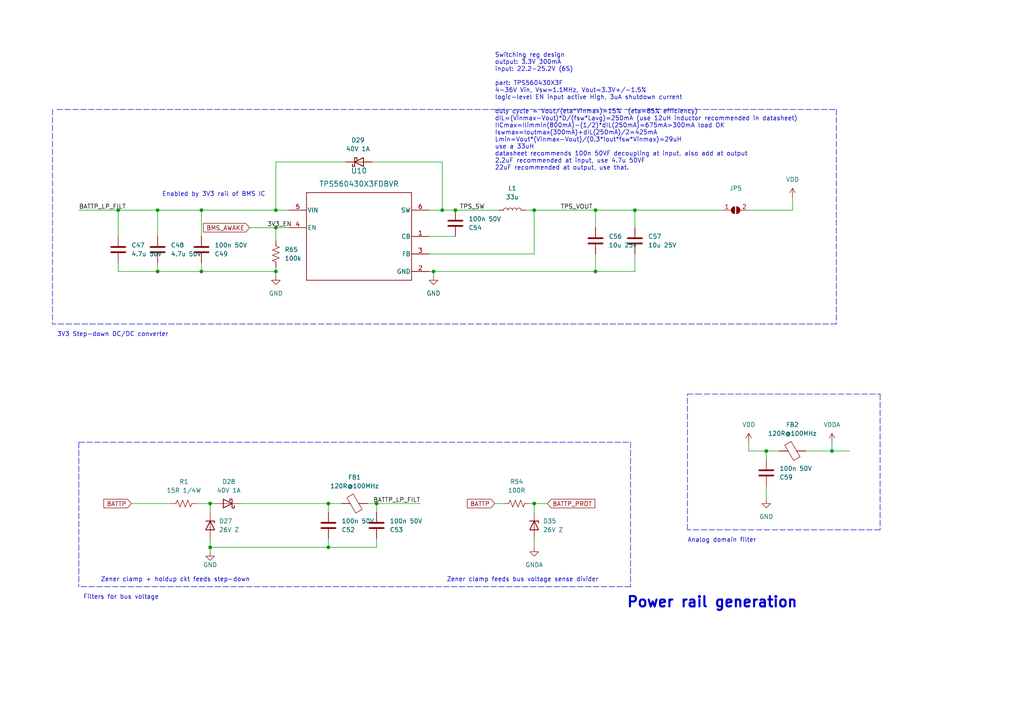
<source format=kicad_sch>
(kicad_sch (version 20211123) (generator eeschema)
  (paper "A4")
  (lib_symbols
    (symbol "Device:C" (pin_numbers hide) (pin_names (offset 0.254))
      (property "Reference" "C" (at 0.635 2.54 0))
      (property "Value" "C" (at 0.635 -2.54 0))
      (symbol "C_0_1"
        (polyline (pts (xy -2.032 -0.762) (xy 2.032 -0.762)) (stroke (width 0.508)))
        (polyline (pts (xy -2.032 0.762) (xy 2.032 0.762)) (stroke (width 0.508)))
      )
      (symbol "C_1_1"
        (pin passive line (at 0 3.81 270) (length 2.794) (name "~") (number "1"))
        (pin passive line (at 0 -3.81 90) (length 2.794) (name "~") (number "2"))
      )
    )
    (symbol "Device:D_Schottky" (pin_numbers hide) (pin_names (offset 1.016) hide)
      (property "Reference" "D" (at 0 2.54 0))
      (property "Value" "D_Schottky" (at 0 -2.54 0))
      (symbol "D_Schottky_0_1"
        (polyline (pts (xy 1.27 0) (xy -1.27 0)))
        (polyline (pts (xy 1.27 1.27) (xy 1.27 -1.27) (xy -1.27 0) (xy 1.27 1.27)) (stroke (width 0.254)))
        (polyline (pts (xy -1.905 0.635) (xy -1.905 1.27) (xy -1.27 1.27) (xy -1.27 -1.27) (xy -0.635 -1.27) (xy -0.635 -0.635)) (stroke (width 0.254)))
      )
      (symbol "D_Schottky_1_1"
        (pin passive line (at -3.81 0 0) (length 2.54) (name "K") (number "1"))
        (pin passive line (at 3.81 0 180) (length 2.54) (name "A") (number "2"))
      )
    )
    (symbol "Device:D_Zener" (pin_numbers hide) (pin_names (offset 1.016) hide)
      (property "Reference" "D" (at 0 2.54 0))
      (property "Value" "D_Zener" (at 0 -2.54 0))
      (symbol "D_Zener_0_1"
        (polyline (pts (xy 1.27 0) (xy -1.27 0)))
        (polyline (pts (xy -1.27 -1.27) (xy -1.27 1.27) (xy -0.762 1.27)) (stroke (width 0.254)))
        (polyline (pts (xy 1.27 -1.27) (xy 1.27 1.27) (xy -1.27 0) (xy 1.27 -1.27)) (stroke (width 0.254)))
      )
      (symbol "D_Zener_1_1"
        (pin passive line (at -3.81 0 0) (length 2.54) (name "K") (number "1"))
        (pin passive line (at 3.81 0 180) (length 2.54) (name "A") (number "2"))
      )
    )
    (symbol "Device:FerriteBead" (pin_numbers hide) (pin_names (offset 0))
      (property "Reference" "FB" (at -3.81 0.635 90))
      (property "Value" "FerriteBead" (at 3.81 0 90))
      (symbol "FerriteBead_0_1"
        (polyline (pts (xy 0 -1.27) (xy 0 -1.2192)))
        (polyline (pts (xy 0 1.27) (xy 0 1.2954)))
        (polyline (pts (xy -2.7686 0.4064) (xy -1.7018 2.2606) (xy 2.7686 -0.3048) (xy 1.6764 -2.159) (xy -2.7686 0.4064)))
      )
      (symbol "FerriteBead_1_1"
        (pin passive line (at 0 3.81 270) (length 2.54) (name "~") (number "1"))
        (pin passive line (at 0 -3.81 90) (length 2.54) (name "~") (number "2"))
      )
    )
    (symbol "Device:L" (pin_numbers hide) (pin_names (offset 1.016) hide)
      (property "Reference" "L" (at -1.27 0 90))
      (property "Value" "L" (at 1.905 0 90))
      (symbol "L_0_1"
        (arc (start 0 -2.54) (mid 0.635 -1.905) (end 0 -1.27))
        (arc (start 0 -1.27) (mid 0.635 -0.635) (end 0 0))
        (arc (start 0 0) (mid 0.635 0.635) (end 0 1.27))
        (arc (start 0 1.27) (mid 0.635 1.905) (end 0 2.54))
      )
      (symbol "L_1_1"
        (pin passive line (at 0 3.81 270) (length 1.27) (name "1") (number "1"))
        (pin passive line (at 0 -3.81 90) (length 1.27) (name "2") (number "2"))
      )
    )
    (symbol "Device:R_US" (pin_numbers hide) (pin_names (offset 0))
      (property "Reference" "R" (at 2.54 0 90))
      (property "Value" "R_US" (at -2.54 0 90))
      (symbol "R_US_0_1"
        (polyline (pts (xy 0 -2.286) (xy 0 -2.54)))
        (polyline (pts (xy 0 2.286) (xy 0 2.54)))
        (polyline (pts (xy 0 -0.762) (xy 1.016 -1.143) (xy 0 -1.524) (xy -1.016 -1.905) (xy 0 -2.286)))
        (polyline (pts (xy 0 0.762) (xy 1.016 0.381) (xy 0 0) (xy -1.016 -0.381) (xy 0 -0.762)))
        (polyline (pts (xy 0 2.286) (xy 1.016 1.905) (xy 0 1.524) (xy -1.016 1.143) (xy 0 0.762)))
      )
      (symbol "R_US_1_1"
        (pin passive line (at 0 3.81 270) (length 1.27) (name "~") (number "1"))
        (pin passive line (at 0 -3.81 90) (length 1.27) (name "~") (number "2"))
      )
    )
    (symbol "Jumper:SolderJumper_2_Open" (pin_names (offset 0) hide)
      (property "Reference" "JP" (at 0 2.032 0))
      (property "Value" "SolderJumper_2_Open" (at 0 -2.54 0))
      (symbol "SolderJumper_2_Open_0_1"
        (arc (start -0.254 1.016) (mid -1.27 0) (end -0.254 -1.016))
        (arc (start -0.254 1.016) (mid -1.27 0) (end -0.254 -1.016) (fill (type outline)))
        (polyline (pts (xy -0.254 1.016) (xy -0.254 -1.016)))
        (polyline (pts (xy 0.254 1.016) (xy 0.254 -1.016)))
        (arc (start 0.254 -1.016) (mid 1.27 0) (end 0.254 1.016))
        (arc (start 0.254 -1.016) (mid 1.27 0) (end 0.254 1.016) (fill (type outline)))
      )
      (symbol "SolderJumper_2_Open_1_1"
        (pin passive line (at -3.81 0 0) (length 2.54) (name "A") (number "1"))
        (pin passive line (at 3.81 0 180) (length 2.54) (name "B") (number "2"))
      )
    )
    (symbol "TPS560430X3F:TPS560430X3FDBVR" (pin_names (offset 0.254))
      (property "Reference" "U" (at 0 2.54 0))
      (property "Value" "TPS560430X3FDBVR" (at 0 0 0))
      (symbol "TPS560430X3FDBVR_0_1"
        (polyline (pts (xy -15.24 -12.7) (xy 15.24 -12.7)) (stroke (width 0.2032)))
        (polyline (pts (xy -15.24 12.7) (xy -15.24 -12.7)) (stroke (width 0.2032)))
        (polyline (pts (xy 15.24 -12.7) (xy 15.24 12.7)) (stroke (width 0.2032)))
        (polyline (pts (xy 15.24 12.7) (xy -15.24 12.7)) (stroke (width 0.2032)))
        (pin power_in line (at 20.32 0 180) (length 5.08) (name "CB") (number "1"))
        (pin power_in line (at 20.32 -10.16 180) (length 5.08) (name "GND") (number "2"))
        (pin input line (at 20.32 -5.08 180) (length 5.08) (name "FB") (number "3"))
        (pin input line (at -20.32 2.54 0) (length 5.08) (name "EN") (number "4"))
        (pin power_in line (at -20.32 7.62 0) (length 5.08) (name "VIN") (number "5"))
        (pin power_in line (at 20.32 7.62 180) (length 5.08) (name "SW") (number "6"))
      )
    )
    (symbol "power:GND" (power) (pin_names (offset 0))
      (property "Value" "GND" (at 0 -3.81 0))
      (symbol "GND_0_1"
        (polyline (pts (xy 0 0) (xy 0 -1.27) (xy 1.27 -1.27) (xy 0 -2.54) (xy -1.27 -1.27) (xy 0 -1.27)))
      )
      (symbol "GND_1_1"
        (pin power_in line (at 0 0 270) (length 0) hide (name "GND") (number "1"))
      )
    )
    (symbol "power:GNDA" (power) (pin_names (offset 0))
      (property "Value" "GNDA" (at 0 -3.81 0))
      (symbol "GNDA_0_1"
        (polyline (pts (xy 0 0) (xy 0 -1.27) (xy 1.27 -1.27) (xy 0 -2.54) (xy -1.27 -1.27) (xy 0 -1.27)))
      )
      (symbol "GNDA_1_1"
        (pin power_in line (at 0 0 270) (length 0) hide (name "GNDA") (number "1"))
      )
    )
    (symbol "power:VDD" (power) (pin_names (offset 0))
      (property "Value" "VDD" (at 0 3.81 0))
      (symbol "VDD_0_1"
        (polyline (pts (xy -0.762 1.27) (xy 0 2.54)))
        (polyline (pts (xy 0 0) (xy 0 2.54)))
        (polyline (pts (xy 0 2.54) (xy 0.762 1.27)))
      )
      (symbol "VDD_1_1"
        (pin power_in line (at 0 0 90) (length 0) hide (name "VDD") (number "1"))
      )
    )
    (symbol "power:VDDA" (power) (pin_names (offset 0))
      (property "Value" "VDDA" (at 0 3.81 0))
      (symbol "VDDA_0_1"
        (polyline (pts (xy -0.762 1.27) (xy 0 2.54)))
        (polyline (pts (xy 0 0) (xy 0 2.54)))
        (polyline (pts (xy 0 2.54) (xy 0.762 1.27)))
      )
      (symbol "VDDA_1_1"
        (pin power_in line (at 0 0 90) (length 0) hide (name "VDDA") (number "1"))
      )
    )
  )
  (junction (at 132.08 60.96))
  (junction (at 60.96 158.75))
  (junction (at 109.22 146.05))
  (junction (at 154.94 60.96))
  (junction (at 34.29 60.96))
  (junction (at 58.42 60.96))
  (junction (at 241.3 130.81))
  (junction (at 222.25 130.81))
  (junction (at 80.01 60.96))
  (junction (at 80.01 78.74))
  (junction (at 154.94 146.05))
  (junction (at 60.96 146.05))
  (junction (at 184.15 60.96))
  (junction (at 80.01 66.04))
  (junction (at 45.72 60.96))
  (junction (at 95.25 158.75))
  (junction (at 172.72 78.74))
  (junction (at 45.72 78.74))
  (junction (at 58.42 78.74))
  (junction (at 172.72 60.96))
  (junction (at 125.73 78.74))
  (junction (at 128.27 60.96))
  (junction (at 95.25 146.05))
  (wire (pts (xy 100.33 46.99) (xy 80.01 46.99)))
  (wire (pts (xy 172.72 66.04) (xy 172.72 60.96)))
  (wire (pts (xy 58.42 60.96) (xy 80.01 60.96)))
  (wire (pts (xy 124.46 68.58) (xy 132.08 68.58)))
  (polyline (pts (xy 22.86 128.27) (xy 22.86 170.18)))
  (wire (pts (xy 22.86 60.96) (xy 34.29 60.96)))
  (wire (pts (xy 34.29 60.96) (xy 45.72 60.96)))
  (wire (pts (xy 154.94 146.05) (xy 153.67 146.05)))
  (wire (pts (xy 143.51 146.05) (xy 146.05 146.05)))
  (polyline (pts (xy 199.39 153.67) (xy 199.39 114.3)))
  (wire (pts (xy 95.25 146.05) (xy 99.06 146.05)))
  (wire (pts (xy 184.15 66.04) (xy 184.15 60.96)))
  (wire (pts (xy 241.3 128.27) (xy 241.3 130.81)))
  (wire (pts (xy 45.72 68.58) (xy 45.72 60.96)))
  (wire (pts (xy 60.96 146.05) (xy 62.23 146.05)))
  (wire (pts (xy 45.72 60.96) (xy 58.42 60.96)))
  (wire (pts (xy 60.96 158.75) (xy 95.25 158.75)))
  (wire (pts (xy 80.01 66.04) (xy 83.82 66.04)))
  (polyline (pts (xy 242.57 93.98) (xy 15.24 93.98)))
  (wire (pts (xy 80.01 69.85) (xy 80.01 66.04)))
  (wire (pts (xy 45.72 78.74) (xy 58.42 78.74)))
  (wire (pts (xy 38.1 146.05) (xy 49.53 146.05)))
  (wire (pts (xy 125.73 78.74) (xy 172.72 78.74)))
  (polyline (pts (xy 255.27 153.67) (xy 199.39 153.67)))
  (polyline (pts (xy 15.24 31.75) (xy 15.24 93.98)))
  (wire (pts (xy 34.29 78.74) (xy 45.72 78.74)))
  (wire (pts (xy 58.42 68.58) (xy 58.42 60.96)))
  (wire (pts (xy 184.15 60.96) (xy 209.55 60.96)))
  (polyline (pts (xy 255.27 114.3) (xy 255.27 153.67)))
  (wire (pts (xy 184.15 78.74) (xy 184.15 73.66)))
  (wire (pts (xy 80.01 46.99) (xy 80.01 60.96)))
  (wire (pts (xy 222.25 130.81) (xy 222.25 133.35)))
  (wire (pts (xy 107.95 46.99) (xy 128.27 46.99)))
  (wire (pts (xy 154.94 158.75) (xy 154.94 156.21)))
  (wire (pts (xy 80.01 60.96) (xy 83.82 60.96)))
  (wire (pts (xy 95.25 156.21) (xy 95.25 158.75)))
  (wire (pts (xy 124.46 78.74) (xy 125.73 78.74)))
  (wire (pts (xy 184.15 60.96) (xy 172.72 60.96)))
  (wire (pts (xy 58.42 78.74) (xy 80.01 78.74)))
  (wire (pts (xy 80.01 78.74) (xy 80.01 80.01)))
  (wire (pts (xy 128.27 46.99) (xy 128.27 60.96)))
  (wire (pts (xy 233.68 130.81) (xy 241.3 130.81)))
  (wire (pts (xy 109.22 158.75) (xy 95.25 158.75)))
  (wire (pts (xy 222.25 140.97) (xy 222.25 144.78)))
  (polyline (pts (xy 16.51 31.75) (xy 242.57 31.75)))
  (wire (pts (xy 60.96 146.05) (xy 60.96 148.59)))
  (wire (pts (xy 229.87 57.15) (xy 229.87 60.96)))
  (wire (pts (xy 154.94 60.96) (xy 172.72 60.96)))
  (polyline (pts (xy 201.93 114.3) (xy 255.27 114.3)))
  (wire (pts (xy 125.73 78.74) (xy 125.73 80.01)))
  (polyline (pts (xy 22.86 128.27) (xy 182.88 128.27)))
  (wire (pts (xy 57.15 146.05) (xy 60.96 146.05)))
  (wire (pts (xy 128.27 60.96) (xy 132.08 60.96)))
  (wire (pts (xy 45.72 76.2) (xy 45.72 78.74)))
  (wire (pts (xy 109.22 148.59) (xy 109.22 146.05)))
  (wire (pts (xy 154.94 146.05) (xy 154.94 148.59)))
  (wire (pts (xy 158.75 146.05) (xy 154.94 146.05)))
  (wire (pts (xy 154.94 73.66) (xy 154.94 60.96)))
  (wire (pts (xy 95.25 146.05) (xy 95.25 148.59)))
  (wire (pts (xy 124.46 60.96) (xy 128.27 60.96)))
  (wire (pts (xy 109.22 146.05) (xy 121.92 146.05)))
  (wire (pts (xy 217.17 128.27) (xy 217.17 130.81)))
  (wire (pts (xy 60.96 156.21) (xy 60.96 158.75)))
  (wire (pts (xy 60.96 158.75) (xy 60.96 160.02)))
  (wire (pts (xy 34.29 76.2) (xy 34.29 78.74)))
  (wire (pts (xy 172.72 73.66) (xy 172.72 78.74)))
  (polyline (pts (xy 182.88 170.18) (xy 22.86 170.18)))
  (wire (pts (xy 106.68 146.05) (xy 109.22 146.05)))
  (wire (pts (xy 69.85 146.05) (xy 95.25 146.05)))
  (polyline (pts (xy 182.88 128.27) (xy 182.88 170.18)))
  (wire (pts (xy 222.25 130.81) (xy 226.06 130.81)))
  (wire (pts (xy 124.46 73.66) (xy 154.94 73.66)))
  (wire (pts (xy 58.42 78.74) (xy 58.42 76.2)))
  (wire (pts (xy 152.4 60.96) (xy 154.94 60.96)))
  (wire (pts (xy 241.3 130.81) (xy 246.38 130.81)))
  (wire (pts (xy 132.08 60.96) (xy 144.78 60.96)))
  (polyline (pts (xy 199.39 114.3) (xy 201.93 114.3)))
  (wire (pts (xy 217.17 60.96) (xy 229.87 60.96)))
  (wire (pts (xy 217.17 130.81) (xy 222.25 130.81)))
  (wire (pts (xy 172.72 78.74) (xy 184.15 78.74)))
  (wire (pts (xy 109.22 156.21) (xy 109.22 158.75)))
  (wire (pts (xy 34.29 60.96) (xy 34.29 68.58)))
  (polyline (pts (xy 242.57 31.75) (xy 242.57 93.98)))
  (wire (pts (xy 80.01 77.47) (xy 80.01 78.74)))
  (wire (pts (xy 72.39 66.04) (xy 80.01 66.04)))
  (text "3V3 Step-down DC/DC converter" (at 16.51 97.79 0) (effects (font (size 1.27 1.27)) (justify left bottom)))
  (text "Analog domain filter" (at 199.39 157.48 0) (effects (font (size 1.27 1.27)) (justify left bottom)))
  (text "Zener clamp feeds bus voltage sense divider" (at 129.54 168.91 0) (effects (font (size 1.27 1.27)) (justify left bottom)))
  (text "Power rail generation" (at 181.61 176.53 0) (effects (font (size 3 3) bold) (justify left bottom)))
  (text "Switching reg design\noutput: 3.3V 300mA\ninput: 22.2-25.2V (6S)\n\npart: TPS560430X3F\n4-36V Vin, Vsw=1.1MHz, Vout=3.3V+/-1.5%\nlogic-level EN input active High, 3uA shutdown current\n\nduty cycle = Vout/(eta*Vinmax)=15%  (eta=85% efficiency)\ndIL=(Vinmax-Vout)*D/(fsw*Lavg)=250mA (use 12uH inductor recommended in datasheet)\nIICmax=Ilimmin(800mA)-(1/2)*dIL(250mA)=675mA>300mA load OK\nIswmax=Ioutmax(300mA)+dIL(250mA)/2=425mA\nLmin=Vout*(Vinmax-Vout)/(0.3*Iout*fsw*Vinmax)=29uH\nuse a 33uH\ndatasheet recommends 100n 50VF decoupling at input, also add at output\n2.2uF recommended at input, use 4.7u 50VF\n22uF recommended at output, use that.\n" (at 143.51 49.53 0) (effects (font (size 1.27 1.27)) (justify left bottom)))
  (text "Filters for bus voltage" (at 24.13 173.99 0) (effects (font (size 1.27 1.27)) (justify left bottom)))
  (text "Zener clamp + holdup ckt feeds step-down" (at 29.21 168.91 0) (effects (font (size 1.27 1.27)) (justify left bottom)))
  (text "Enabled by 3V3 rail of BMS IC" (at 46.99 57.15 0) (effects (font (size 1.27 1.27)) (justify left bottom)))
  (label "BATTP_LP_FILT" (at 22.86 60.96 0))
  (label "3V3_EN" (at 77.47 66.04 0))
  (label "BATTP_LP_FILT" (at 121.92 146.05 180))
  (label "TPS_SW" (at 133.35 60.96 0))
  (label "TPS_VOUT" (at 162.56 60.96 0))
  (global_label "BATTP" (shape input) (at 38.1 146.05 180) (property "Intersheet References" "${INTERSHEET_REFS}" (effects hide)))
  (global_label "BATTP_PROT" (shape input) (at 158.75 146.05 0) (property "Intersheet References" "${INTERSHEET_REFS}" (effects hide)))
  (global_label "BMS_AWAKE" (shape input) (at 72.39 66.04 180) (property "Intersheet References" "${INTERSHEET_REFS}" (effects hide)))
  (global_label "BATTP" (shape input) (at 143.51 146.05 180) (property "Intersheet References" "${INTERSHEET_REFS}" (effects hide)))
  (symbol (lib_id "Device:D_Zener") (at 154.94 152.4 270) (unit 1)
    (property "Reference" "D35" (at 157.48 151.1299 90) (effects (justify left)))
    (property "Value" "26V Z" (at 157.48 153.6699 90) (effects (justify left)))
    (property "Footprint" "Diode_SMD:D_SOD-123" (effects hide))
    (property "part_number" "DDZ26-7" (effects hide))
  )
  (symbol (lib_id "Device:D_Zener") (at 60.96 152.4 270) (unit 1)
    (property "Reference" "D27" (at 63.5 151.1299 90) (effects (justify left)))
    (property "Value" "26V Z" (at 63.5 153.6699 90) (effects (justify left)))
    (property "Footprint" "Diode_SMD:D_SOD-123" (effects hide))
    (property "part_number" "DDZ26-7" (effects hide))
  )
  (symbol (lib_id "TPS560430X3F:TPS560430X3FDBVR") (at 104.14 68.58 0) (unit 1)
    (property "Reference" "U10" (at 104.14 49.53 0) (effects (font (size 1.524 1.524))))
    (property "Value" "TPS560430X3FDBVR" (at 104.14 53.34 0) (effects (font (size 1.524 1.524))))
    (property "Footprint" "Package_TO_SOT_SMD:SOT-23-6_Handsoldering" (effects hide))
    (property "Datasheet" "https://www.ti.com/lit/ds/symlink/tps560430.pdf?ts=1740928288556&ref_url=https%253A%252F%252Fwww.mouser.de%252F" (effects hide))
    (property "part_number" "TPS560430X3FDBVR" (effects hide))
  )
  (symbol (lib_id "power:VDD") (at 217.17 128.27 0) (unit 1)
    (property "Reference" "#PWR074" (effects hide))
    (property "Value" "VDD" (at 217.17 123.19 0))
  )
  (symbol (lib_id "Device:C") (at 58.42 72.39 0) (mirror x) (unit 1)
    (property "Reference" "C49" (at 62.23 73.66 0) (effects (justify left)))
    (property "Value" "100n 50V" (at 62.23 71.12 0) (effects (justify left)))
    (property "Footprint" "Capacitor_SMD:C_0805_2012Metric" (effects hide))
    (property "part_number" "GCD21BR71H104KA01L" (effects hide))
  )
  (symbol (lib_id "power:GNDA") (at 154.94 158.75 0) (unit 1)
    (property "Reference" "#PWR0108" (effects hide))
    (property "Value" "GNDA" (at 154.94 163.83 0))
  )
  (symbol (lib_id "Device:R_US") (at 53.34 146.05 90) (unit 1)
    (property "Reference" "R1" (at 53.34 139.7 90))
    (property "Value" "15R 1/4W" (at 53.34 142.24 90))
    (property "Footprint" "Resistor_SMD:R_0805_2012Metric_Pad1.20x1.40mm_HandSolder" (effects hide))
    (property "part_number" "AC0805FR-7W15RL" (effects hide))
  )
  (symbol (lib_id "Device:D_Schottky") (at 66.04 146.05 180) (unit 1)
    (property "Reference" "D28" (at 66.3575 139.7 0))
    (property "Value" "40V 1A" (at 66.3575 142.24 0))
    (property "Footprint" "Diode_SMD:D_SOD-323_HandSoldering" (effects hide))
    (property "part_number" "1N5819WS" (effects hide))
  )
  (symbol (lib_id "Device:R_US") (at 80.01 73.66 180) (unit 1)
    (property "Reference" "R65" (at 82.55 72.3899 0) (effects (justify right)))
    (property "Value" "100k" (at 82.55 74.9299 0) (effects (justify right)))
    (property "Footprint" "Resistor_SMD:R_0805_2012Metric_Pad1.20x1.40mm_HandSolder" (effects hide))
    (property "part_number" "RC0805FR-07100KL" (effects hide))
  )
  (symbol (lib_id "Device:C") (at 34.29 72.39 0) (unit 1)
    (property "Reference" "C47" (at 38.1 71.1199 0) (effects (justify left)))
    (property "Value" "4.7u 50V" (at 38.1 73.6599 0) (effects (justify left)))
    (property "Footprint" "Capacitor_SMD:C_1206_3216Metric_Pad1.33x1.80mm_HandSolder" (effects hide))
    (property "part_number" "GRM31CR71H475KA12L" (effects hide))
  )
  (symbol (lib_id "power:VDD") (at 229.87 57.15 0) (unit 1)
    (property "Reference" "#PWR075" (effects hide))
    (property "Value" "VDD" (at 229.87 52.07 0))
  )
  (symbol (lib_id "Device:FerriteBead") (at 229.87 130.81 90) (mirror x) (unit 1)
    (property "Reference" "FB2" (at 229.8192 123.19 90))
    (property "Value" "120R@100MHz" (at 229.8192 125.73 90))
    (property "Footprint" "Resistor_SMD:R_0805_2012Metric" (effects hide))
    (property "part_number" "HI0805O121R-10" (effects hide))
  )
  (symbol (lib_id "power:GND") (at 125.73 80.01 0) (unit 1)
    (property "Reference" "#PWR073" (effects hide))
    (property "Value" "GND" (at 125.73 85.09 0))
  )
  (symbol (lib_id "Device:D_Schottky") (at 104.14 46.99 0) (mirror x) (unit 1)
    (property "Reference" "D29" (at 103.8225 40.64 0))
    (property "Value" "40V 1A" (at 103.8225 43.18 0))
    (property "Footprint" "Diode_SMD:D_SOD-323_HandSoldering" (effects hide))
    (property "Datasheet" "https://semiware.com/uploads/datasheet/1N5819WS.pdf" (effects hide))
    (property "part_number" "1N5819WS" (effects hide))
  )
  (symbol (lib_id "power:GND") (at 222.25 144.78 0) (unit 1)
    (property "Reference" "#PWR076" (effects hide))
    (property "Value" "GND" (at 222.25 149.86 0))
  )
  (symbol (lib_id "Device:C") (at 222.25 137.16 0) (mirror x) (unit 1)
    (property "Reference" "C59" (at 226.06 138.43 0) (effects (justify left)))
    (property "Value" "100n 50V" (at 226.06 135.89 0) (effects (justify left)))
    (property "Footprint" "Capacitor_SMD:C_0805_2012Metric" (effects hide))
    (property "part_number" "GCD21BR71H104KA01L" (effects hide))
  )
  (symbol (lib_id "Device:FerriteBead") (at 102.87 146.05 90) (mirror x) (unit 1)
    (property "Reference" "FB1" (at 102.8192 138.43 90))
    (property "Value" "120R@100MHz" (at 102.8192 140.97 90))
    (property "Footprint" "Resistor_SMD:R_0805_2012Metric" (effects hide))
    (property "part_number" "HI0805O121R-10" (effects hide))
  )
  (symbol (lib_id "Device:C") (at 184.15 69.85 0) (unit 1)
    (property "Reference" "C57" (at 187.96 68.5799 0) (effects (justify left)))
    (property "Value" "10u 25V" (at 187.96 71.1199 0) (effects (justify left)))
    (property "Footprint" "Capacitor_SMD:C_1206_3216Metric_Pad1.33x1.80mm_HandSolder" (effects hide))
    (property "part_number" "GRM31CR71E106KA12L" (effects hide))
  )
  (symbol (lib_id "Device:C") (at 132.08 64.77 0) (mirror x) (unit 1)
    (property "Reference" "C54" (at 135.89 66.04 0) (effects (justify left)))
    (property "Value" "100n 50V" (at 135.89 63.5 0) (effects (justify left)))
    (property "Footprint" "Capacitor_SMD:C_0805_2012Metric" (effects hide))
    (property "part_number" "GCD21BR71H104KA01L" (effects hide))
  )
  (symbol (lib_id "power:GND") (at 60.96 160.02 0) (unit 1)
    (property "Reference" "#PWR071" (effects hide))
    (property "Value" "GND" (at 60.96 163.83 0))
  )
  (symbol (lib_id "Jumper:SolderJumper_2_Open") (at 213.36 60.96 0) (unit 1)
    (property "Reference" "JP5" (at 213.36 54.61 0))
    (property "Value" " " (effects hide))
    (property "Footprint" "Jumper:SolderJumper-2_P1.3mm_Open_Pad1.0x1.5mm" (effects hide))
  )
  (symbol (lib_id "Device:R_US") (at 149.86 146.05 90) (unit 1)
    (property "Reference" "R54" (at 149.86 139.7 90))
    (property "Value" "100R" (at 149.86 142.24 90))
    (property "Footprint" "Resistor_SMD:R_0805_2012Metric_Pad1.20x1.40mm_HandSolder" (effects hide))
    (property "part_number" "RC0805FR-07100RL" (effects hide))
  )
  (symbol (lib_id "Device:C") (at 45.72 72.39 0) (unit 1)
    (property "Reference" "C48" (at 49.53 71.1199 0) (effects (justify left)))
    (property "Value" "4.7u 50V" (at 49.53 73.6599 0) (effects (justify left)))
    (property "Footprint" "Capacitor_SMD:C_1206_3216Metric_Pad1.33x1.80mm_HandSolder" (effects hide))
    (property "part_number" "GRM31CR71H475KA12L" (effects hide))
  )
  (symbol (lib_id "Device:C") (at 95.25 152.4 0) (mirror x) (unit 1)
    (property "Reference" "C52" (at 99.06 153.67 0) (effects (justify left)))
    (property "Value" "100n 50V" (at 99.06 151.13 0) (effects (justify left)))
    (property "Footprint" "Capacitor_SMD:C_0805_2012Metric" (effects hide))
    (property "part_number" "GCD21BR71H104KA01L" (effects hide))
  )
  (symbol (lib_id "Device:C") (at 109.22 152.4 0) (mirror x) (unit 1)
    (property "Reference" "C53" (at 113.03 153.67 0) (effects (justify left)))
    (property "Value" "100n 50V" (at 113.03 151.13 0) (effects (justify left)))
    (property "Footprint" "Capacitor_SMD:C_0805_2012Metric" (effects hide))
    (property "part_number" "GCD21BR71H104KA01L" (effects hide))
  )
  (symbol (lib_id "Device:L") (at 148.59 60.96 90) (unit 1)
    (property "Reference" "L1" (at 148.59 54.61 90))
    (property "Value" "33u" (at 148.59 57.15 90))
    (property "Footprint" "Inductor_SMD:L_Taiyo-Yuden_NR-60xx" (effects hide))
    (property "part_number" "NR6028T330M" (effects hide))
  )
  (symbol (lib_id "power:VDDA") (at 241.3 128.27 0) (unit 1)
    (property "Reference" "#PWR078" (effects hide))
    (property "Value" "VDDA" (at 241.3 123.19 0))
  )
  (symbol (lib_id "Device:C") (at 172.72 69.85 0) (unit 1)
    (property "Reference" "C56" (at 176.53 68.5799 0) (effects (justify left)))
    (property "Value" "10u 25V" (at 176.53 71.1199 0) (effects (justify left)))
    (property "Footprint" "Capacitor_SMD:C_1206_3216Metric_Pad1.33x1.80mm_HandSolder" (effects hide))
    (property "part_number" "GRM31CR71E106KA12L" (effects hide))
  )
  (symbol (lib_id "power:GND") (at 80.01 80.01 0) (unit 1)
    (property "Reference" "#PWR072" (effects hide))
    (property "Value" "GND" (at 80.01 85.09 0))
  )
)
</source>
